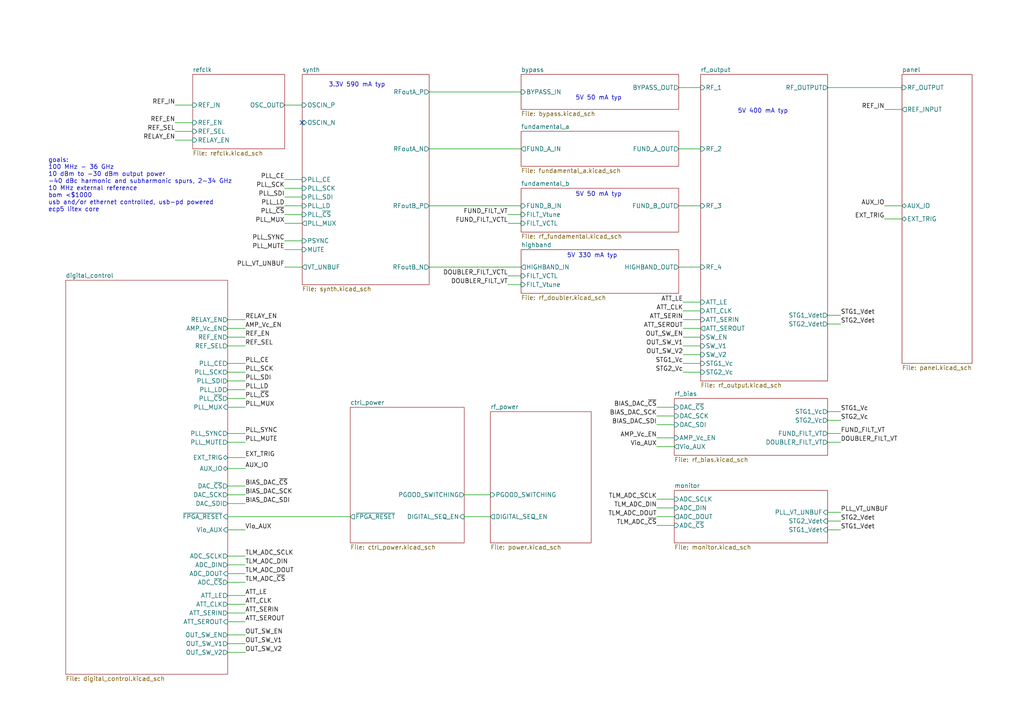
<source format=kicad_sch>
(kicad_sch (version 20210621) (generator eeschema)
  (paper "A4")
  (lib_symbols)
  (no_connect (at 87.63 35.56))
  (wire (pts (xy 50.8 30.48) (xy 55.88 30.48)))
  (wire (pts (xy 50.8 35.56) (xy 55.88 35.56)))
  (wire (pts (xy 50.8 38.1) (xy 55.88 38.1)))
  (wire (pts (xy 50.8 40.64) (xy 55.88 40.64)))
  (wire (pts (xy 66.04 92.71) (xy 71.12 92.71)))
  (wire (pts (xy 66.04 95.25) (xy 71.12 95.25)))
  (wire (pts (xy 66.04 97.79) (xy 71.12 97.79)))
  (wire (pts (xy 66.04 100.33) (xy 71.12 100.33)))
  (wire (pts (xy 66.04 125.73) (xy 71.12 125.73)))
  (wire (pts (xy 66.04 128.27) (xy 71.12 128.27)))
  (wire (pts (xy 66.04 132.715) (xy 71.12 132.715)))
  (wire (pts (xy 66.04 135.89) (xy 71.12 135.89)))
  (wire (pts (xy 66.04 149.86) (xy 101.6 149.86)))
  (wire (pts (xy 66.04 153.67) (xy 71.12 153.67)))
  (wire (pts (xy 71.12 105.41) (xy 66.04 105.41)))
  (wire (pts (xy 71.12 107.95) (xy 66.04 107.95)))
  (wire (pts (xy 71.12 110.49) (xy 66.04 110.49)))
  (wire (pts (xy 71.12 113.03) (xy 66.04 113.03)))
  (wire (pts (xy 71.12 115.57) (xy 66.04 115.57)))
  (wire (pts (xy 71.12 118.11) (xy 66.04 118.11)))
  (wire (pts (xy 71.12 140.97) (xy 66.04 140.97)))
  (wire (pts (xy 71.12 143.51) (xy 66.04 143.51)))
  (wire (pts (xy 71.12 146.05) (xy 66.04 146.05)))
  (wire (pts (xy 71.12 161.29) (xy 66.04 161.29)))
  (wire (pts (xy 71.12 163.83) (xy 66.04 163.83)))
  (wire (pts (xy 71.12 166.37) (xy 66.04 166.37)))
  (wire (pts (xy 71.12 168.91) (xy 66.04 168.91)))
  (wire (pts (xy 71.12 172.72) (xy 66.04 172.72)))
  (wire (pts (xy 71.12 175.26) (xy 66.04 175.26)))
  (wire (pts (xy 71.12 177.8) (xy 66.04 177.8)))
  (wire (pts (xy 71.12 180.34) (xy 66.04 180.34)))
  (wire (pts (xy 71.12 184.15) (xy 66.04 184.15)))
  (wire (pts (xy 71.12 186.69) (xy 66.04 186.69)))
  (wire (pts (xy 71.12 189.23) (xy 66.04 189.23)))
  (wire (pts (xy 82.55 30.48) (xy 87.63 30.48)))
  (wire (pts (xy 82.55 52.07) (xy 87.63 52.07)))
  (wire (pts (xy 82.55 54.61) (xy 87.63 54.61)))
  (wire (pts (xy 82.55 57.15) (xy 87.63 57.15)))
  (wire (pts (xy 82.55 59.69) (xy 87.63 59.69)))
  (wire (pts (xy 82.55 62.23) (xy 87.63 62.23)))
  (wire (pts (xy 82.55 64.77) (xy 87.63 64.77)))
  (wire (pts (xy 82.55 69.85) (xy 87.63 69.85)))
  (wire (pts (xy 82.55 72.39) (xy 87.63 72.39)))
  (wire (pts (xy 82.55 77.47) (xy 87.63 77.47)))
  (wire (pts (xy 124.46 26.67) (xy 151.13 26.67)))
  (wire (pts (xy 124.46 43.18) (xy 151.13 43.18)))
  (wire (pts (xy 124.46 59.69) (xy 151.13 59.69)))
  (wire (pts (xy 124.46 77.47) (xy 151.13 77.47)))
  (wire (pts (xy 134.62 143.51) (xy 142.24 143.51)))
  (wire (pts (xy 134.62 149.86) (xy 142.24 149.86)))
  (wire (pts (xy 147.32 62.23) (xy 151.13 62.23)))
  (wire (pts (xy 147.32 64.77) (xy 151.13 64.77)))
  (wire (pts (xy 147.32 80.01) (xy 151.13 80.01)))
  (wire (pts (xy 147.32 82.55) (xy 151.13 82.55)))
  (wire (pts (xy 190.5 118.11) (xy 195.58 118.11)))
  (wire (pts (xy 190.5 120.65) (xy 195.58 120.65)))
  (wire (pts (xy 190.5 123.19) (xy 195.58 123.19)))
  (wire (pts (xy 190.5 127) (xy 195.58 127)))
  (wire (pts (xy 190.5 129.54) (xy 195.58 129.54)))
  (wire (pts (xy 190.5 144.78) (xy 195.58 144.78)))
  (wire (pts (xy 190.5 147.32) (xy 195.58 147.32)))
  (wire (pts (xy 190.5 149.86) (xy 195.58 149.86)))
  (wire (pts (xy 190.5 152.4) (xy 195.58 152.4)))
  (wire (pts (xy 196.85 25.4) (xy 203.2 25.4)))
  (wire (pts (xy 196.85 43.18) (xy 203.2 43.18)))
  (wire (pts (xy 196.85 59.69) (xy 203.2 59.69)))
  (wire (pts (xy 196.85 77.47) (xy 203.2 77.47)))
  (wire (pts (xy 198.12 87.63) (xy 203.2 87.63)))
  (wire (pts (xy 198.12 90.17) (xy 203.2 90.17)))
  (wire (pts (xy 198.12 92.71) (xy 203.2 92.71)))
  (wire (pts (xy 198.12 95.25) (xy 203.2 95.25)))
  (wire (pts (xy 198.12 97.79) (xy 203.2 97.79)))
  (wire (pts (xy 198.12 100.33) (xy 203.2 100.33)))
  (wire (pts (xy 198.12 102.87) (xy 203.2 102.87)))
  (wire (pts (xy 198.12 105.41) (xy 203.2 105.41)))
  (wire (pts (xy 198.12 107.95) (xy 203.2 107.95)))
  (wire (pts (xy 240.03 25.4) (xy 261.62 25.4)))
  (wire (pts (xy 240.03 91.44) (xy 243.84 91.44)))
  (wire (pts (xy 240.03 93.98) (xy 243.84 93.98)))
  (wire (pts (xy 240.03 119.38) (xy 243.84 119.38)))
  (wire (pts (xy 240.03 121.92) (xy 243.84 121.92)))
  (wire (pts (xy 240.03 125.73) (xy 243.84 125.73)))
  (wire (pts (xy 240.03 128.27) (xy 243.84 128.27)))
  (wire (pts (xy 240.03 148.59) (xy 243.84 148.59)))
  (wire (pts (xy 240.03 151.13) (xy 243.84 151.13)))
  (wire (pts (xy 240.03 153.67) (xy 243.84 153.67)))
  (wire (pts (xy 256.54 31.75) (xy 261.62 31.75)))
  (wire (pts (xy 261.62 59.69) (xy 256.54 59.69)))
  (wire (pts (xy 261.62 63.5) (xy 256.54 63.5)))
  (text "goals:\n100 MHz - 36 GHz\n10 dBm to -30 dBm output power\n-40 dBc harmonic and subharmonic spurs, 2-34 GHz\n10 MHz external reference\nbom <$1000\nusb and/or ethernet controlled, usb-pd powered\necp5 litex core" (at 13.97 61.595 0) (effects (font (size 1.27 1.27)) (justify left bottom)))
  (text "3.3V 590 mA typ" (at 111.76 25.4 180) (effects (font (size 1.27 1.27)) (justify right bottom)))
  (text "5V 330 mA typ" (at 179.07 74.93 180) (effects (font (size 1.27 1.27)) (justify right bottom)))
  (text "5V 50 mA typ" (at 180.34 29.21 180) (effects (font (size 1.27 1.27)) (justify right bottom)))
  (text "5V 50 mA typ" (at 180.34 57.15 180) (effects (font (size 1.27 1.27)) (justify right bottom)))
  (text "5V 400 mA typ" (at 228.6 33.02 180) (effects (font (size 1.27 1.27)) (justify right bottom)))
  (label "REF_IN" (at 50.8 30.48 180))
  (label "REF_EN" (at 50.8 35.56 180))
  (label "REF_SEL" (at 50.8 38.1 180))
  (label "RELAY_EN" (at 50.8 40.64 180))
  (label "RELAY_EN" (at 71.12 92.71 0))
  (label "AMP_Vc_EN" (at 71.12 95.25 0))
  (label "REF_EN" (at 71.12 97.79 0))
  (label "REF_SEL" (at 71.12 100.33 0))
  (label "PLL_CE" (at 71.12 105.41 0))
  (label "PLL_SCK" (at 71.12 107.95 0))
  (label "PLL_SDI" (at 71.12 110.49 0))
  (label "PLL_LD" (at 71.12 113.03 0))
  (label "PLL_~{CS}" (at 71.12 115.57 0))
  (label "PLL_MUX" (at 71.12 118.11 0))
  (label "PLL_SYNC" (at 71.12 125.73 0))
  (label "PLL_MUTE" (at 71.12 128.27 0))
  (label "EXT_TRIG" (at 71.12 132.715 0))
  (label "AUX_IO" (at 71.12 135.89 0))
  (label "BIAS_DAC_~{CS}" (at 71.12 140.97 0))
  (label "BIAS_DAC_SCK" (at 71.12 143.51 0))
  (label "BIAS_DAC_SDI" (at 71.12 146.05 0))
  (label "Vio_AUX" (at 71.12 153.67 0))
  (label "TLM_ADC_SCLK" (at 71.12 161.29 0))
  (label "TLM_ADC_DIN" (at 71.12 163.83 0))
  (label "TLM_ADC_DOUT" (at 71.12 166.37 0))
  (label "TLM_ADC_~{CS}" (at 71.12 168.91 0))
  (label "ATT_LE" (at 71.12 172.72 0))
  (label "ATT_CLK" (at 71.12 175.26 0))
  (label "ATT_SERIN" (at 71.12 177.8 0))
  (label "ATT_SEROUT" (at 71.12 180.34 0))
  (label "OUT_SW_EN" (at 71.12 184.15 0))
  (label "OUT_SW_V1" (at 71.12 186.69 0))
  (label "OUT_SW_V2" (at 71.12 189.23 0))
  (label "PLL_CE" (at 82.55 52.07 180))
  (label "PLL_SCK" (at 82.55 54.61 180))
  (label "PLL_SDI" (at 82.55 57.15 180))
  (label "PLL_LD" (at 82.55 59.69 180))
  (label "PLL_~{CS}" (at 82.55 62.23 180))
  (label "PLL_MUX" (at 82.55 64.77 180))
  (label "PLL_SYNC" (at 82.55 69.85 180))
  (label "PLL_MUTE" (at 82.55 72.39 180))
  (label "PLL_VT_UNBUF" (at 82.55 77.47 180))
  (label "FUND_FILT_VT" (at 147.32 62.23 180))
  (label "FUND_FILT_VCTL" (at 147.32 64.77 180))
  (label "DOUBLER_FILT_VCTL" (at 147.32 80.01 180))
  (label "DOUBLER_FILT_VT" (at 147.32 82.55 180))
  (label "BIAS_DAC_~{CS}" (at 190.5 118.11 180))
  (label "BIAS_DAC_SCK" (at 190.5 120.65 180))
  (label "BIAS_DAC_SDI" (at 190.5 123.19 180))
  (label "AMP_Vc_EN" (at 190.5 127 180))
  (label "Vio_AUX" (at 190.5 129.54 180))
  (label "TLM_ADC_SCLK" (at 190.5 144.78 180))
  (label "TLM_ADC_DIN" (at 190.5 147.32 180))
  (label "TLM_ADC_DOUT" (at 190.5 149.86 180))
  (label "TLM_ADC_~{CS}" (at 190.5 152.4 180))
  (label "ATT_LE" (at 198.12 87.63 180))
  (label "ATT_CLK" (at 198.12 90.17 180))
  (label "ATT_SERIN" (at 198.12 92.71 180))
  (label "ATT_SEROUT" (at 198.12 95.25 180))
  (label "OUT_SW_EN" (at 198.12 97.79 180))
  (label "OUT_SW_V1" (at 198.12 100.33 180))
  (label "OUT_SW_V2" (at 198.12 102.87 180))
  (label "STG1_Vc" (at 198.12 105.41 180))
  (label "STG2_Vc" (at 198.12 107.95 180))
  (label "STG1_Vdet" (at 243.84 91.44 0))
  (label "STG2_Vdet" (at 243.84 93.98 0))
  (label "STG1_Vc" (at 243.84 119.38 0))
  (label "STG2_Vc" (at 243.84 121.92 0))
  (label "FUND_FILT_VT" (at 243.84 125.73 0))
  (label "DOUBLER_FILT_VT" (at 243.84 128.27 0))
  (label "PLL_VT_UNBUF" (at 243.84 148.59 0))
  (label "STG2_Vdet" (at 243.84 151.13 0))
  (label "STG1_Vdet" (at 243.84 153.67 0))
  (label "REF_IN" (at 256.54 31.75 180))
  (label "AUX_IO" (at 256.54 59.69 180))
  (label "EXT_TRIG" (at 256.54 63.5 180))
  (sheet (at 151.13 21.59) (size 45.72 10.16) (stroke (width 0.001))
    (property "Sheet name" "bypass" (at 151.13 20.9541 0) (effects (justify left bottom)))
    (property "Sheet file" "bypass.kicad_sch" (at 151.13 32.2589 0) (effects (justify left top)))
    (pin "BYPASS_IN" input (at 151.13 26.67 180))
    (pin "BYPASS_OUT" output (at 196.85 25.4 0))
  )
  (sheet (at 101.6 118.11) (size 33.02 39.37) (stroke (width 0.0006))
    (property "Sheet name" "ctrl_power" (at 101.6 117.4743 0) (effects (justify left bottom)))
    (property "Sheet file" "ctrl_power.kicad_sch" (at 101.6 157.9887 0) (effects (justify left top)))
    (pin "DIGITAL_SEQ_EN" input (at 134.62 149.86 0))
    (pin "~{FPGA_RESET}" output (at 101.6 149.86 180))
    (pin "PGOOD_SWITCHING" output (at 134.62 143.51 0))
  )
  (sheet (at 19.05 81.28) (size 46.99 114.3) (stroke (width 0.001))
    (property "Sheet name" "digital_control" (at 19.05 80.6441 0) (effects (justify left bottom)))
    (property "Sheet file" "digital_control.kicad_sch" (at 19.05 196.0889 0) (effects (justify left top)))
    (pin "RELAY_EN" output (at 66.04 92.71 0))
    (pin "~{FPGA_RESET}" input (at 66.04 149.86 0))
    (pin "AMP_Vc_EN" output (at 66.04 95.25 0))
    (pin "PLL_SYNC" output (at 66.04 125.73 0))
    (pin "PLL_MUTE" output (at 66.04 128.27 0))
    (pin "REF_EN" output (at 66.04 97.79 0))
    (pin "REF_SEL" output (at 66.04 100.33 0))
    (pin "AUX_IO" bidirectional (at 66.04 135.89 0))
    (pin "EXT_TRIG" bidirectional (at 66.04 132.715 0))
    (pin "Vio_AUX" input (at 66.04 153.67 0))
    (pin "ATT_CLK" output (at 66.04 175.26 0))
    (pin "ATT_LE" output (at 66.04 172.72 0))
    (pin "ATT_SERIN" output (at 66.04 177.8 0))
    (pin "DAC_SDI" output (at 66.04 146.05 0))
    (pin "DAC_~{CS}" output (at 66.04 140.97 0))
    (pin "DAC_SCK" output (at 66.04 143.51 0))
    (pin "PLL_SDI" output (at 66.04 110.49 0))
    (pin "PLL_SCK" output (at 66.04 107.95 0))
    (pin "PLL_CE" output (at 66.04 105.41 0))
    (pin "ADC_SCLK" output (at 66.04 161.29 0))
    (pin "ADC_DIN" output (at 66.04 163.83 0))
    (pin "PLL_MUX" input (at 66.04 118.11 0))
    (pin "ADC_DOUT" input (at 66.04 166.37 0))
    (pin "ADC_~{CS}" output (at 66.04 168.91 0))
    (pin "ATT_SEROUT" input (at 66.04 180.34 0))
    (pin "PLL_~{CS}" output (at 66.04 115.57 0))
    (pin "PLL_LD" output (at 66.04 113.03 0))
    (pin "OUT_SW_EN" output (at 66.04 184.15 0))
    (pin "OUT_SW_V1" output (at 66.04 186.69 0))
    (pin "OUT_SW_V2" output (at 66.04 189.23 0))
  )
  (sheet (at 151.13 38.1) (size 45.72 10.16) (stroke (width 0.001)) (fill (color 255 255 255 0.0000))
    (property "Sheet name" "fundamental_a" (at 151.13 37.4641 0) (effects (justify left bottom)))
    (property "Sheet file" "fundamental_a.kicad_sch" (at 151.13 48.7689 0) (effects (justify left top)))
    (pin "FUND_A_IN" output (at 151.13 43.18 180))
    (pin "FUND_A_OUT" output (at 196.85 43.18 0))
  )
  (sheet (at 151.13 54.61) (size 45.72 12.7) (stroke (width 0.001)) (fill (color 255 255 255 0.0000))
    (property "Sheet name" "fundamental_b" (at 151.13 53.9741 0) (effects (justify left bottom)))
    (property "Sheet file" "rf_fundamental.kicad_sch" (at 151.13 67.8189 0) (effects (justify left top)))
    (pin "FUND_B_OUT" output (at 196.85 59.69 0))
    (pin "FUND_B_IN" input (at 151.13 59.69 180))
    (pin "FILT_Vtune" input (at 151.13 62.23 180))
    (pin "FILT_VCTL" input (at 151.13 64.77 180))
  )
  (sheet (at 151.13 72.39) (size 45.72 12.7) (stroke (width 0.001))
    (property "Sheet name" "highband" (at 151.13 71.7541 0) (effects (justify left bottom)))
    (property "Sheet file" "rf_doubler.kicad_sch" (at 151.13 85.5989 0) (effects (justify left top)))
    (pin "HIGHBAND_IN" output (at 151.13 77.47 180))
    (pin "HIGHBAND_OUT" output (at 196.85 77.47 0))
    (pin "FILT_VCTL" input (at 151.13 80.01 180))
    (pin "FILT_Vtune" input (at 151.13 82.55 180))
  )
  (sheet (at 195.58 142.24) (size 44.45 15.24) (stroke (width 0.001))
    (property "Sheet name" "monitor" (at 195.58 141.6041 0) (effects (justify left bottom)))
    (property "Sheet file" "monitor.kicad_sch" (at 195.58 157.9889 0) (effects (justify left top)))
    (pin "STG1_Vdet" input (at 240.03 153.67 0))
    (pin "STG2_Vdet" input (at 240.03 151.13 0))
    (pin "PLL_VT_UNBUF" input (at 240.03 148.59 0))
    (pin "ADC_SCLK" input (at 195.58 144.78 180))
    (pin "ADC_DIN" input (at 195.58 147.32 180))
    (pin "ADC_DOUT" output (at 195.58 149.86 180))
    (pin "ADC_~{CS}" input (at 195.58 152.4 180))
  )
  (sheet (at 261.62 21.59) (size 20.32 83.82) (stroke (width 0.0006))
    (property "Sheet name" "panel" (at 261.62 20.9543 0) (effects (justify left bottom)))
    (property "Sheet file" "panel.kicad_sch" (at 261.62 105.9187 0) (effects (justify left top)))
    (pin "RF_OUTPUT" input (at 261.62 25.4 180))
    (pin "REF_INPUT" output (at 261.62 31.75 180))
    (pin "AUX_IO" bidirectional (at 261.62 59.69 180))
    (pin "EXT_TRIG" bidirectional (at 261.62 63.5 180))
  )
  (sheet (at 55.88 21.59) (size 26.67 21.59) (stroke (width 0.001)) (fill (color 255 255 255 0.0000))
    (property "Sheet name" "refclk" (at 55.88 20.9541 0) (effects (justify left bottom)))
    (property "Sheet file" "refclk.kicad_sch" (at 55.88 43.6889 0) (effects (justify left top)))
    (pin "OSC_OUT" output (at 82.55 30.48 0))
    (pin "REF_SEL" input (at 55.88 38.1 180))
    (pin "RELAY_EN" input (at 55.88 40.64 180))
    (pin "REF_IN" input (at 55.88 30.48 180))
    (pin "REF_EN" input (at 55.88 35.56 180))
  )
  (sheet (at 195.58 115.57) (size 44.45 16.51) (stroke (width 0.001)) (fill (color 255 255 255 0.0000))
    (property "Sheet name" "rf_bias" (at 195.58 114.9341 0) (effects (justify left bottom)))
    (property "Sheet file" "rf_bias.kicad_sch" (at 195.58 132.5889 0) (effects (justify left top)))
    (pin "DOUBLER_FILT_VT" output (at 240.03 128.27 0))
    (pin "STG1_Vc" output (at 240.03 119.38 0))
    (pin "STG2_Vc" output (at 240.03 121.92 0))
    (pin "FUND_FILT_VT" output (at 240.03 125.73 0))
    (pin "AMP_Vc_EN" input (at 195.58 127 180))
    (pin "Vio_AUX" output (at 195.58 129.54 180))
    (pin "DAC_~{CS}" input (at 195.58 118.11 180))
    (pin "DAC_SCK" input (at 195.58 120.65 180))
    (pin "DAC_SDI" input (at 195.58 123.19 180))
  )
  (sheet (at 203.2 21.59) (size 36.83 88.9) (stroke (width 0.001))
    (property "Sheet name" "rf_output" (at 203.2 20.9541 0) (effects (justify left bottom)))
    (property "Sheet file" "rf_output.kicad_sch" (at 203.2 110.9989 0) (effects (justify left top)))
    (pin "RF_1" input (at 203.2 25.4 180))
    (pin "RF_2" input (at 203.2 43.18 180))
    (pin "RF_3" input (at 203.2 59.69 180))
    (pin "RF_4" input (at 203.2 77.47 180))
    (pin "RF_OUTPUT" output (at 240.03 25.4 0))
    (pin "STG1_Vc" input (at 203.2 105.41 180))
    (pin "STG1_Vdet" output (at 240.03 91.44 0))
    (pin "STG2_Vdet" output (at 240.03 93.98 0))
    (pin "STG2_Vc" input (at 203.2 107.95 180))
    (pin "SW_V2" input (at 203.2 102.87 180))
    (pin "SW_EN" input (at 203.2 97.79 180))
    (pin "SW_V1" input (at 203.2 100.33 180))
    (pin "ATT_LE" input (at 203.2 87.63 180))
    (pin "ATT_CLK" input (at 203.2 90.17 180))
    (pin "ATT_SERIN" input (at 203.2 92.71 180))
    (pin "ATT_SEROUT" output (at 203.2 95.25 180))
  )
  (sheet (at 142.24 119.38) (size 29.21 38.1) (stroke (width 0.001)) (fill (color 255 255 255 0.0000))
    (property "Sheet name" "rf_power" (at 142.24 118.7441 0) (effects (justify left bottom)))
    (property "Sheet file" "power.kicad_sch" (at 142.24 157.9889 0) (effects (justify left top)))
    (pin "DIGITAL_SEQ_EN" output (at 142.24 149.86 180))
    (pin "PGOOD_SWITCHING" input (at 142.24 143.51 180))
  )
  (sheet (at 87.63 21.59) (size 36.83 60.96) (stroke (width 0.001))
    (property "Sheet name" "synth" (at 87.63 20.9541 0) (effects (justify left bottom)))
    (property "Sheet file" "synth.kicad_sch" (at 87.63 83.0589 0) (effects (justify left top)))
    (pin "RFoutB_P" output (at 124.46 59.69 0))
    (pin "RFoutB_N" output (at 124.46 77.47 0))
    (pin "RFoutA_P" output (at 124.46 26.67 0))
    (pin "RFoutA_N" output (at 124.46 43.18 0))
    (pin "PSYNC" input (at 87.63 69.85 180))
    (pin "MUTE" input (at 87.63 72.39 180))
    (pin "OSCIN_N" input (at 87.63 35.56 180))
    (pin "OSCIN_P" input (at 87.63 30.48 180))
    (pin "VT_UNBUF" output (at 87.63 77.47 180))
    (pin "PLL_CE" input (at 87.63 52.07 180))
    (pin "PLL_SCK" input (at 87.63 54.61 180))
    (pin "PLL_SDI" input (at 87.63 57.15 180))
    (pin "PLL_LD" input (at 87.63 59.69 180))
    (pin "PLL_~{CS}" input (at 87.63 62.23 180))
    (pin "PLL_MUX" output (at 87.63 64.77 180))
  )
)
</source>
